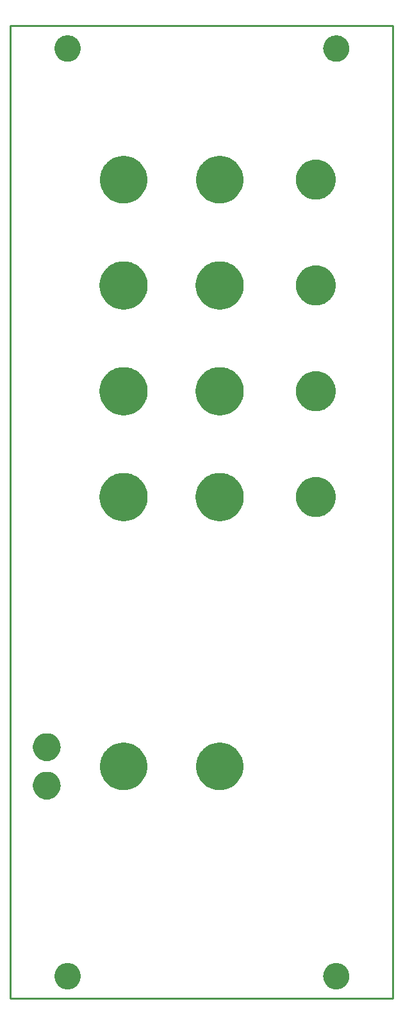
<source format=gbr>
G04 EAGLE Gerber RS-274X export*
G75*
%MOMM*%
%FSLAX34Y34*%
%LPD*%
%IN*%
%IPPOS*%
%AMOC8*
5,1,8,0,0,1.08239X$1,22.5*%
G01*
%ADD10C,3.200000*%
%ADD11C,6.000000*%
%ADD12C,3.400000*%
%ADD13C,6.100000*%
%ADD14C,5.000000*%
%ADD15C,0.254000*%


D10*
X75000Y30000D03*
X75000Y1255000D03*
X430000Y30000D03*
X430000Y1255000D03*
D11*
X148963Y1081853D03*
X275963Y1081853D03*
X148963Y307153D03*
X275963Y307153D03*
D12*
X47363Y332553D03*
X47363Y281753D03*
D13*
X148963Y662753D03*
X275963Y662753D03*
X148963Y802453D03*
X275963Y802453D03*
X148963Y942153D03*
X275963Y942153D03*
D14*
X402963Y1081853D03*
X402963Y942153D03*
X402963Y802453D03*
X402963Y662753D03*
D15*
X0Y0D02*
X505000Y0D01*
X505000Y1285000D01*
X0Y1285000D01*
X0Y0D01*
X91000Y29476D02*
X91000Y30524D01*
X90932Y31569D01*
X90795Y32608D01*
X90590Y33635D01*
X90319Y34647D01*
X89983Y35639D01*
X89582Y36607D01*
X89118Y37546D01*
X88595Y38454D01*
X88013Y39325D01*
X87375Y40156D01*
X86684Y40943D01*
X85943Y41684D01*
X85156Y42375D01*
X84325Y43013D01*
X83454Y43595D01*
X82546Y44118D01*
X81607Y44582D01*
X80639Y44983D01*
X79647Y45319D01*
X78635Y45590D01*
X77608Y45795D01*
X76569Y45932D01*
X75524Y46000D01*
X74476Y46000D01*
X73431Y45932D01*
X72392Y45795D01*
X71365Y45590D01*
X70353Y45319D01*
X69361Y44983D01*
X68393Y44582D01*
X67454Y44118D01*
X66546Y43595D01*
X65675Y43013D01*
X64844Y42375D01*
X64057Y41684D01*
X63316Y40943D01*
X62625Y40156D01*
X61988Y39325D01*
X61406Y38454D01*
X60882Y37546D01*
X60418Y36607D01*
X60017Y35639D01*
X59681Y34647D01*
X59410Y33635D01*
X59205Y32608D01*
X59069Y31569D01*
X59000Y30524D01*
X59000Y29476D01*
X59069Y28431D01*
X59205Y27392D01*
X59410Y26365D01*
X59681Y25353D01*
X60017Y24361D01*
X60418Y23393D01*
X60882Y22454D01*
X61406Y21546D01*
X61988Y20675D01*
X62625Y19844D01*
X63316Y19057D01*
X64057Y18316D01*
X64844Y17625D01*
X65675Y16988D01*
X66546Y16406D01*
X67454Y15882D01*
X68393Y15418D01*
X69361Y15017D01*
X70353Y14681D01*
X71365Y14410D01*
X72392Y14205D01*
X73431Y14069D01*
X74476Y14000D01*
X75524Y14000D01*
X76569Y14069D01*
X77608Y14205D01*
X78635Y14410D01*
X79647Y14681D01*
X80639Y15017D01*
X81607Y15418D01*
X82546Y15882D01*
X83454Y16406D01*
X84325Y16988D01*
X85156Y17625D01*
X85943Y18316D01*
X86684Y19057D01*
X87375Y19844D01*
X88013Y20675D01*
X88595Y21546D01*
X89118Y22454D01*
X89582Y23393D01*
X89983Y24361D01*
X90319Y25353D01*
X90590Y26365D01*
X90795Y27392D01*
X90932Y28431D01*
X91000Y29476D01*
X91000Y1254476D02*
X91000Y1255524D01*
X90932Y1256569D01*
X90795Y1257608D01*
X90590Y1258635D01*
X90319Y1259647D01*
X89983Y1260639D01*
X89582Y1261607D01*
X89118Y1262546D01*
X88595Y1263454D01*
X88013Y1264325D01*
X87375Y1265156D01*
X86684Y1265943D01*
X85943Y1266684D01*
X85156Y1267375D01*
X84325Y1268013D01*
X83454Y1268595D01*
X82546Y1269118D01*
X81607Y1269582D01*
X80639Y1269983D01*
X79647Y1270319D01*
X78635Y1270590D01*
X77608Y1270795D01*
X76569Y1270932D01*
X75524Y1271000D01*
X74476Y1271000D01*
X73431Y1270932D01*
X72392Y1270795D01*
X71365Y1270590D01*
X70353Y1270319D01*
X69361Y1269983D01*
X68393Y1269582D01*
X67454Y1269118D01*
X66546Y1268595D01*
X65675Y1268013D01*
X64844Y1267375D01*
X64057Y1266684D01*
X63316Y1265943D01*
X62625Y1265156D01*
X61988Y1264325D01*
X61406Y1263454D01*
X60882Y1262546D01*
X60418Y1261607D01*
X60017Y1260639D01*
X59681Y1259647D01*
X59410Y1258635D01*
X59205Y1257608D01*
X59069Y1256569D01*
X59000Y1255524D01*
X59000Y1254476D01*
X59069Y1253431D01*
X59205Y1252392D01*
X59410Y1251365D01*
X59681Y1250353D01*
X60017Y1249361D01*
X60418Y1248393D01*
X60882Y1247454D01*
X61406Y1246546D01*
X61988Y1245675D01*
X62625Y1244844D01*
X63316Y1244057D01*
X64057Y1243316D01*
X64844Y1242625D01*
X65675Y1241988D01*
X66546Y1241406D01*
X67454Y1240882D01*
X68393Y1240418D01*
X69361Y1240017D01*
X70353Y1239681D01*
X71365Y1239410D01*
X72392Y1239205D01*
X73431Y1239069D01*
X74476Y1239000D01*
X75524Y1239000D01*
X76569Y1239069D01*
X77608Y1239205D01*
X78635Y1239410D01*
X79647Y1239681D01*
X80639Y1240017D01*
X81607Y1240418D01*
X82546Y1240882D01*
X83454Y1241406D01*
X84325Y1241988D01*
X85156Y1242625D01*
X85943Y1243316D01*
X86684Y1244057D01*
X87375Y1244844D01*
X88013Y1245675D01*
X88595Y1246546D01*
X89118Y1247454D01*
X89582Y1248393D01*
X89983Y1249361D01*
X90319Y1250353D01*
X90590Y1251365D01*
X90795Y1252392D01*
X90932Y1253431D01*
X91000Y1254476D01*
X446000Y29476D02*
X446000Y30524D01*
X445932Y31569D01*
X445795Y32608D01*
X445590Y33635D01*
X445319Y34647D01*
X444983Y35639D01*
X444582Y36607D01*
X444118Y37546D01*
X443595Y38454D01*
X443013Y39325D01*
X442375Y40156D01*
X441684Y40943D01*
X440943Y41684D01*
X440156Y42375D01*
X439325Y43013D01*
X438454Y43595D01*
X437546Y44118D01*
X436607Y44582D01*
X435639Y44983D01*
X434647Y45319D01*
X433635Y45590D01*
X432608Y45795D01*
X431569Y45932D01*
X430524Y46000D01*
X429476Y46000D01*
X428431Y45932D01*
X427392Y45795D01*
X426365Y45590D01*
X425353Y45319D01*
X424361Y44983D01*
X423393Y44582D01*
X422454Y44118D01*
X421546Y43595D01*
X420675Y43013D01*
X419844Y42375D01*
X419057Y41684D01*
X418316Y40943D01*
X417625Y40156D01*
X416988Y39325D01*
X416406Y38454D01*
X415882Y37546D01*
X415418Y36607D01*
X415017Y35639D01*
X414681Y34647D01*
X414410Y33635D01*
X414205Y32608D01*
X414069Y31569D01*
X414000Y30524D01*
X414000Y29476D01*
X414069Y28431D01*
X414205Y27392D01*
X414410Y26365D01*
X414681Y25353D01*
X415017Y24361D01*
X415418Y23393D01*
X415882Y22454D01*
X416406Y21546D01*
X416988Y20675D01*
X417625Y19844D01*
X418316Y19057D01*
X419057Y18316D01*
X419844Y17625D01*
X420675Y16988D01*
X421546Y16406D01*
X422454Y15882D01*
X423393Y15418D01*
X424361Y15017D01*
X425353Y14681D01*
X426365Y14410D01*
X427392Y14205D01*
X428431Y14069D01*
X429476Y14000D01*
X430524Y14000D01*
X431569Y14069D01*
X432608Y14205D01*
X433635Y14410D01*
X434647Y14681D01*
X435639Y15017D01*
X436607Y15418D01*
X437546Y15882D01*
X438454Y16406D01*
X439325Y16988D01*
X440156Y17625D01*
X440943Y18316D01*
X441684Y19057D01*
X442375Y19844D01*
X443013Y20675D01*
X443595Y21546D01*
X444118Y22454D01*
X444582Y23393D01*
X444983Y24361D01*
X445319Y25353D01*
X445590Y26365D01*
X445795Y27392D01*
X445932Y28431D01*
X446000Y29476D01*
X446000Y1254476D02*
X446000Y1255524D01*
X445932Y1256569D01*
X445795Y1257608D01*
X445590Y1258635D01*
X445319Y1259647D01*
X444983Y1260639D01*
X444582Y1261607D01*
X444118Y1262546D01*
X443595Y1263454D01*
X443013Y1264325D01*
X442375Y1265156D01*
X441684Y1265943D01*
X440943Y1266684D01*
X440156Y1267375D01*
X439325Y1268013D01*
X438454Y1268595D01*
X437546Y1269118D01*
X436607Y1269582D01*
X435639Y1269983D01*
X434647Y1270319D01*
X433635Y1270590D01*
X432608Y1270795D01*
X431569Y1270932D01*
X430524Y1271000D01*
X429476Y1271000D01*
X428431Y1270932D01*
X427392Y1270795D01*
X426365Y1270590D01*
X425353Y1270319D01*
X424361Y1269983D01*
X423393Y1269582D01*
X422454Y1269118D01*
X421546Y1268595D01*
X420675Y1268013D01*
X419844Y1267375D01*
X419057Y1266684D01*
X418316Y1265943D01*
X417625Y1265156D01*
X416988Y1264325D01*
X416406Y1263454D01*
X415882Y1262546D01*
X415418Y1261607D01*
X415017Y1260639D01*
X414681Y1259647D01*
X414410Y1258635D01*
X414205Y1257608D01*
X414069Y1256569D01*
X414000Y1255524D01*
X414000Y1254476D01*
X414069Y1253431D01*
X414205Y1252392D01*
X414410Y1251365D01*
X414681Y1250353D01*
X415017Y1249361D01*
X415418Y1248393D01*
X415882Y1247454D01*
X416406Y1246546D01*
X416988Y1245675D01*
X417625Y1244844D01*
X418316Y1244057D01*
X419057Y1243316D01*
X419844Y1242625D01*
X420675Y1241988D01*
X421546Y1241406D01*
X422454Y1240882D01*
X423393Y1240418D01*
X424361Y1240017D01*
X425353Y1239681D01*
X426365Y1239410D01*
X427392Y1239205D01*
X428431Y1239069D01*
X429476Y1239000D01*
X430524Y1239000D01*
X431569Y1239069D01*
X432608Y1239205D01*
X433635Y1239410D01*
X434647Y1239681D01*
X435639Y1240017D01*
X436607Y1240418D01*
X437546Y1240882D01*
X438454Y1241406D01*
X439325Y1241988D01*
X440156Y1242625D01*
X440943Y1243316D01*
X441684Y1244057D01*
X442375Y1244844D01*
X443013Y1245675D01*
X443595Y1246546D01*
X444118Y1247454D01*
X444582Y1248393D01*
X444983Y1249361D01*
X445319Y1250353D01*
X445590Y1251365D01*
X445795Y1252392D01*
X445932Y1253431D01*
X446000Y1254476D01*
X178963Y1081117D02*
X178963Y1082590D01*
X178891Y1084061D01*
X178747Y1085527D01*
X178531Y1086984D01*
X178243Y1088428D01*
X177885Y1089857D01*
X177458Y1091267D01*
X176962Y1092654D01*
X176398Y1094014D01*
X175768Y1095346D01*
X175074Y1096645D01*
X174317Y1097908D01*
X173498Y1099133D01*
X172621Y1100316D01*
X171687Y1101455D01*
X170697Y1102546D01*
X169656Y1103587D01*
X168565Y1104577D01*
X167426Y1105511D01*
X166243Y1106388D01*
X165018Y1107207D01*
X163755Y1107964D01*
X162456Y1108658D01*
X161124Y1109288D01*
X159764Y1109852D01*
X158377Y1110348D01*
X156967Y1110775D01*
X155538Y1111133D01*
X154094Y1111421D01*
X152637Y1111637D01*
X151171Y1111781D01*
X149700Y1111853D01*
X148227Y1111853D01*
X146756Y1111781D01*
X145290Y1111637D01*
X143833Y1111421D01*
X142388Y1111133D01*
X140960Y1110775D01*
X139550Y1110348D01*
X138163Y1109852D01*
X136803Y1109288D01*
X135471Y1108658D01*
X134172Y1107964D01*
X132909Y1107207D01*
X131684Y1106388D01*
X130501Y1105511D01*
X129362Y1104577D01*
X128271Y1103587D01*
X127229Y1102546D01*
X126240Y1101455D01*
X125306Y1100316D01*
X124428Y1099133D01*
X123610Y1097908D01*
X122853Y1096645D01*
X122159Y1095346D01*
X121529Y1094014D01*
X120965Y1092654D01*
X120469Y1091267D01*
X120041Y1089857D01*
X119684Y1088428D01*
X119396Y1086984D01*
X119180Y1085527D01*
X119036Y1084061D01*
X118963Y1082590D01*
X118963Y1081117D01*
X119036Y1079646D01*
X119180Y1078180D01*
X119396Y1076723D01*
X119684Y1075278D01*
X120041Y1073850D01*
X120469Y1072440D01*
X120965Y1071053D01*
X121529Y1069693D01*
X122159Y1068361D01*
X122853Y1067062D01*
X123610Y1065799D01*
X124428Y1064574D01*
X125306Y1063391D01*
X126240Y1062252D01*
X127229Y1061161D01*
X128271Y1060119D01*
X129362Y1059130D01*
X130501Y1058196D01*
X131684Y1057318D01*
X132909Y1056500D01*
X134172Y1055743D01*
X135471Y1055049D01*
X136803Y1054419D01*
X138163Y1053855D01*
X139550Y1053359D01*
X140960Y1052931D01*
X142388Y1052574D01*
X143833Y1052286D01*
X145290Y1052070D01*
X146756Y1051926D01*
X148227Y1051853D01*
X149700Y1051853D01*
X151171Y1051926D01*
X152637Y1052070D01*
X154094Y1052286D01*
X155538Y1052574D01*
X156967Y1052931D01*
X158377Y1053359D01*
X159764Y1053855D01*
X161124Y1054419D01*
X162456Y1055049D01*
X163755Y1055743D01*
X165018Y1056500D01*
X166243Y1057318D01*
X167426Y1058196D01*
X168565Y1059130D01*
X169656Y1060119D01*
X170697Y1061161D01*
X171687Y1062252D01*
X172621Y1063391D01*
X173498Y1064574D01*
X174317Y1065799D01*
X175074Y1067062D01*
X175768Y1068361D01*
X176398Y1069693D01*
X176962Y1071053D01*
X177458Y1072440D01*
X177885Y1073850D01*
X178243Y1075278D01*
X178531Y1076723D01*
X178747Y1078180D01*
X178891Y1079646D01*
X178963Y1081117D01*
X305963Y1081117D02*
X305963Y1082590D01*
X305891Y1084061D01*
X305747Y1085527D01*
X305531Y1086984D01*
X305243Y1088428D01*
X304885Y1089857D01*
X304458Y1091267D01*
X303962Y1092654D01*
X303398Y1094014D01*
X302768Y1095346D01*
X302074Y1096645D01*
X301317Y1097908D01*
X300498Y1099133D01*
X299621Y1100316D01*
X298687Y1101455D01*
X297697Y1102546D01*
X296656Y1103587D01*
X295565Y1104577D01*
X294426Y1105511D01*
X293243Y1106388D01*
X292018Y1107207D01*
X290755Y1107964D01*
X289456Y1108658D01*
X288124Y1109288D01*
X286764Y1109852D01*
X285377Y1110348D01*
X283967Y1110775D01*
X282538Y1111133D01*
X281094Y1111421D01*
X279637Y1111637D01*
X278171Y1111781D01*
X276700Y1111853D01*
X275227Y1111853D01*
X273756Y1111781D01*
X272290Y1111637D01*
X270833Y1111421D01*
X269388Y1111133D01*
X267960Y1110775D01*
X266550Y1110348D01*
X265163Y1109852D01*
X263803Y1109288D01*
X262471Y1108658D01*
X261172Y1107964D01*
X259909Y1107207D01*
X258684Y1106388D01*
X257501Y1105511D01*
X256362Y1104577D01*
X255271Y1103587D01*
X254229Y1102546D01*
X253240Y1101455D01*
X252306Y1100316D01*
X251428Y1099133D01*
X250610Y1097908D01*
X249853Y1096645D01*
X249159Y1095346D01*
X248529Y1094014D01*
X247965Y1092654D01*
X247469Y1091267D01*
X247041Y1089857D01*
X246684Y1088428D01*
X246396Y1086984D01*
X246180Y1085527D01*
X246036Y1084061D01*
X245963Y1082590D01*
X245963Y1081117D01*
X246036Y1079646D01*
X246180Y1078180D01*
X246396Y1076723D01*
X246684Y1075278D01*
X247041Y1073850D01*
X247469Y1072440D01*
X247965Y1071053D01*
X248529Y1069693D01*
X249159Y1068361D01*
X249853Y1067062D01*
X250610Y1065799D01*
X251428Y1064574D01*
X252306Y1063391D01*
X253240Y1062252D01*
X254229Y1061161D01*
X255271Y1060119D01*
X256362Y1059130D01*
X257501Y1058196D01*
X258684Y1057318D01*
X259909Y1056500D01*
X261172Y1055743D01*
X262471Y1055049D01*
X263803Y1054419D01*
X265163Y1053855D01*
X266550Y1053359D01*
X267960Y1052931D01*
X269388Y1052574D01*
X270833Y1052286D01*
X272290Y1052070D01*
X273756Y1051926D01*
X275227Y1051853D01*
X276700Y1051853D01*
X278171Y1051926D01*
X279637Y1052070D01*
X281094Y1052286D01*
X282538Y1052574D01*
X283967Y1052931D01*
X285377Y1053359D01*
X286764Y1053855D01*
X288124Y1054419D01*
X289456Y1055049D01*
X290755Y1055743D01*
X292018Y1056500D01*
X293243Y1057318D01*
X294426Y1058196D01*
X295565Y1059130D01*
X296656Y1060119D01*
X297697Y1061161D01*
X298687Y1062252D01*
X299621Y1063391D01*
X300498Y1064574D01*
X301317Y1065799D01*
X302074Y1067062D01*
X302768Y1068361D01*
X303398Y1069693D01*
X303962Y1071053D01*
X304458Y1072440D01*
X304885Y1073850D01*
X305243Y1075278D01*
X305531Y1076723D01*
X305747Y1078180D01*
X305891Y1079646D01*
X305963Y1081117D01*
X178963Y306417D02*
X178963Y307890D01*
X178891Y309361D01*
X178747Y310827D01*
X178531Y312284D01*
X178243Y313728D01*
X177885Y315157D01*
X177458Y316567D01*
X176962Y317954D01*
X176398Y319314D01*
X175768Y320646D01*
X175074Y321945D01*
X174317Y323208D01*
X173498Y324433D01*
X172621Y325616D01*
X171687Y326755D01*
X170697Y327846D01*
X169656Y328887D01*
X168565Y329877D01*
X167426Y330811D01*
X166243Y331688D01*
X165018Y332507D01*
X163755Y333264D01*
X162456Y333958D01*
X161124Y334588D01*
X159764Y335152D01*
X158377Y335648D01*
X156967Y336075D01*
X155538Y336433D01*
X154094Y336721D01*
X152637Y336937D01*
X151171Y337081D01*
X149700Y337153D01*
X148227Y337153D01*
X146756Y337081D01*
X145290Y336937D01*
X143833Y336721D01*
X142388Y336433D01*
X140960Y336075D01*
X139550Y335648D01*
X138163Y335152D01*
X136803Y334588D01*
X135471Y333958D01*
X134172Y333264D01*
X132909Y332507D01*
X131684Y331688D01*
X130501Y330811D01*
X129362Y329877D01*
X128271Y328887D01*
X127229Y327846D01*
X126240Y326755D01*
X125306Y325616D01*
X124428Y324433D01*
X123610Y323208D01*
X122853Y321945D01*
X122159Y320646D01*
X121529Y319314D01*
X120965Y317954D01*
X120469Y316567D01*
X120041Y315157D01*
X119684Y313728D01*
X119396Y312284D01*
X119180Y310827D01*
X119036Y309361D01*
X118963Y307890D01*
X118963Y306417D01*
X119036Y304946D01*
X119180Y303480D01*
X119396Y302023D01*
X119684Y300578D01*
X120041Y299150D01*
X120469Y297740D01*
X120965Y296353D01*
X121529Y294993D01*
X122159Y293661D01*
X122853Y292362D01*
X123610Y291099D01*
X124428Y289874D01*
X125306Y288691D01*
X126240Y287552D01*
X127229Y286461D01*
X128271Y285419D01*
X129362Y284430D01*
X130501Y283496D01*
X131684Y282618D01*
X132909Y281800D01*
X134172Y281043D01*
X135471Y280349D01*
X136803Y279719D01*
X138163Y279155D01*
X139550Y278659D01*
X140960Y278231D01*
X142388Y277874D01*
X143833Y277586D01*
X145290Y277370D01*
X146756Y277226D01*
X148227Y277153D01*
X149700Y277153D01*
X151171Y277226D01*
X152637Y277370D01*
X154094Y277586D01*
X155538Y277874D01*
X156967Y278231D01*
X158377Y278659D01*
X159764Y279155D01*
X161124Y279719D01*
X162456Y280349D01*
X163755Y281043D01*
X165018Y281800D01*
X166243Y282618D01*
X167426Y283496D01*
X168565Y284430D01*
X169656Y285419D01*
X170697Y286461D01*
X171687Y287552D01*
X172621Y288691D01*
X173498Y289874D01*
X174317Y291099D01*
X175074Y292362D01*
X175768Y293661D01*
X176398Y294993D01*
X176962Y296353D01*
X177458Y297740D01*
X177885Y299150D01*
X178243Y300578D01*
X178531Y302023D01*
X178747Y303480D01*
X178891Y304946D01*
X178963Y306417D01*
X305963Y306417D02*
X305963Y307890D01*
X305891Y309361D01*
X305747Y310827D01*
X305531Y312284D01*
X305243Y313728D01*
X304885Y315157D01*
X304458Y316567D01*
X303962Y317954D01*
X303398Y319314D01*
X302768Y320646D01*
X302074Y321945D01*
X301317Y323208D01*
X300498Y324433D01*
X299621Y325616D01*
X298687Y326755D01*
X297697Y327846D01*
X296656Y328887D01*
X295565Y329877D01*
X294426Y330811D01*
X293243Y331688D01*
X292018Y332507D01*
X290755Y333264D01*
X289456Y333958D01*
X288124Y334588D01*
X286764Y335152D01*
X285377Y335648D01*
X283967Y336075D01*
X282538Y336433D01*
X281094Y336721D01*
X279637Y336937D01*
X278171Y337081D01*
X276700Y337153D01*
X275227Y337153D01*
X273756Y337081D01*
X272290Y336937D01*
X270833Y336721D01*
X269388Y336433D01*
X267960Y336075D01*
X266550Y335648D01*
X265163Y335152D01*
X263803Y334588D01*
X262471Y333958D01*
X261172Y333264D01*
X259909Y332507D01*
X258684Y331688D01*
X257501Y330811D01*
X256362Y329877D01*
X255271Y328887D01*
X254229Y327846D01*
X253240Y326755D01*
X252306Y325616D01*
X251428Y324433D01*
X250610Y323208D01*
X249853Y321945D01*
X249159Y320646D01*
X248529Y319314D01*
X247965Y317954D01*
X247469Y316567D01*
X247041Y315157D01*
X246684Y313728D01*
X246396Y312284D01*
X246180Y310827D01*
X246036Y309361D01*
X245963Y307890D01*
X245963Y306417D01*
X246036Y304946D01*
X246180Y303480D01*
X246396Y302023D01*
X246684Y300578D01*
X247041Y299150D01*
X247469Y297740D01*
X247965Y296353D01*
X248529Y294993D01*
X249159Y293661D01*
X249853Y292362D01*
X250610Y291099D01*
X251428Y289874D01*
X252306Y288691D01*
X253240Y287552D01*
X254229Y286461D01*
X255271Y285419D01*
X256362Y284430D01*
X257501Y283496D01*
X258684Y282618D01*
X259909Y281800D01*
X261172Y281043D01*
X262471Y280349D01*
X263803Y279719D01*
X265163Y279155D01*
X266550Y278659D01*
X267960Y278231D01*
X269388Y277874D01*
X270833Y277586D01*
X272290Y277370D01*
X273756Y277226D01*
X275227Y277153D01*
X276700Y277153D01*
X278171Y277226D01*
X279637Y277370D01*
X281094Y277586D01*
X282538Y277874D01*
X283967Y278231D01*
X285377Y278659D01*
X286764Y279155D01*
X288124Y279719D01*
X289456Y280349D01*
X290755Y281043D01*
X292018Y281800D01*
X293243Y282618D01*
X294426Y283496D01*
X295565Y284430D01*
X296656Y285419D01*
X297697Y286461D01*
X298687Y287552D01*
X299621Y288691D01*
X300498Y289874D01*
X301317Y291099D01*
X302074Y292362D01*
X302768Y293661D01*
X303398Y294993D01*
X303962Y296353D01*
X304458Y297740D01*
X304885Y299150D01*
X305243Y300578D01*
X305531Y302023D01*
X305747Y303480D01*
X305891Y304946D01*
X305963Y306417D01*
X64363Y331997D02*
X64363Y333110D01*
X64291Y334221D01*
X64145Y335324D01*
X63928Y336416D01*
X63640Y337491D01*
X63282Y338545D01*
X62856Y339573D01*
X62364Y340571D01*
X61808Y341535D01*
X61189Y342461D01*
X60512Y343344D01*
X59778Y344181D01*
X58991Y344968D01*
X58154Y345702D01*
X57271Y346379D01*
X56345Y346998D01*
X55381Y347554D01*
X54383Y348046D01*
X53355Y348472D01*
X52301Y348830D01*
X51226Y349118D01*
X50134Y349335D01*
X49031Y349481D01*
X47920Y349553D01*
X46807Y349553D01*
X45696Y349481D01*
X44593Y349335D01*
X43501Y349118D01*
X42426Y348830D01*
X41372Y348472D01*
X40344Y348046D01*
X39345Y347554D01*
X38381Y346998D01*
X37456Y346379D01*
X36573Y345702D01*
X35736Y344968D01*
X34949Y344181D01*
X34215Y343344D01*
X33538Y342461D01*
X32919Y341535D01*
X32363Y340571D01*
X31870Y339573D01*
X31444Y338545D01*
X31087Y337491D01*
X30799Y336416D01*
X30581Y335324D01*
X30436Y334221D01*
X30363Y333110D01*
X30363Y331997D01*
X30436Y330886D01*
X30581Y329783D01*
X30799Y328691D01*
X31087Y327616D01*
X31444Y326562D01*
X31870Y325534D01*
X32363Y324535D01*
X32919Y323571D01*
X33538Y322646D01*
X34215Y321763D01*
X34949Y320926D01*
X35736Y320139D01*
X36573Y319405D01*
X37456Y318728D01*
X38381Y318109D01*
X39345Y317553D01*
X40344Y317060D01*
X41372Y316634D01*
X42426Y316277D01*
X43501Y315989D01*
X44593Y315771D01*
X45696Y315626D01*
X46807Y315553D01*
X47920Y315553D01*
X49031Y315626D01*
X50134Y315771D01*
X51226Y315989D01*
X52301Y316277D01*
X53355Y316634D01*
X54383Y317060D01*
X55381Y317553D01*
X56345Y318109D01*
X57271Y318728D01*
X58154Y319405D01*
X58991Y320139D01*
X59778Y320926D01*
X60512Y321763D01*
X61189Y322646D01*
X61808Y323571D01*
X62364Y324535D01*
X62856Y325534D01*
X63282Y326562D01*
X63640Y327616D01*
X63928Y328691D01*
X64145Y329783D01*
X64291Y330886D01*
X64363Y331997D01*
X64363Y281197D02*
X64363Y282310D01*
X64291Y283421D01*
X64145Y284524D01*
X63928Y285616D01*
X63640Y286691D01*
X63282Y287745D01*
X62856Y288773D01*
X62364Y289771D01*
X61808Y290735D01*
X61189Y291661D01*
X60512Y292544D01*
X59778Y293381D01*
X58991Y294168D01*
X58154Y294902D01*
X57271Y295579D01*
X56345Y296198D01*
X55381Y296754D01*
X54383Y297246D01*
X53355Y297672D01*
X52301Y298030D01*
X51226Y298318D01*
X50134Y298535D01*
X49031Y298681D01*
X47920Y298753D01*
X46807Y298753D01*
X45696Y298681D01*
X44593Y298535D01*
X43501Y298318D01*
X42426Y298030D01*
X41372Y297672D01*
X40344Y297246D01*
X39345Y296754D01*
X38381Y296198D01*
X37456Y295579D01*
X36573Y294902D01*
X35736Y294168D01*
X34949Y293381D01*
X34215Y292544D01*
X33538Y291661D01*
X32919Y290735D01*
X32363Y289771D01*
X31870Y288773D01*
X31444Y287745D01*
X31087Y286691D01*
X30799Y285616D01*
X30581Y284524D01*
X30436Y283421D01*
X30363Y282310D01*
X30363Y281197D01*
X30436Y280086D01*
X30581Y278983D01*
X30799Y277891D01*
X31087Y276816D01*
X31444Y275762D01*
X31870Y274734D01*
X32363Y273735D01*
X32919Y272771D01*
X33538Y271846D01*
X34215Y270963D01*
X34949Y270126D01*
X35736Y269339D01*
X36573Y268605D01*
X37456Y267928D01*
X38381Y267309D01*
X39345Y266753D01*
X40344Y266260D01*
X41372Y265834D01*
X42426Y265477D01*
X43501Y265189D01*
X44593Y264971D01*
X45696Y264826D01*
X46807Y264753D01*
X47920Y264753D01*
X49031Y264826D01*
X50134Y264971D01*
X51226Y265189D01*
X52301Y265477D01*
X53355Y265834D01*
X54383Y266260D01*
X55381Y266753D01*
X56345Y267309D01*
X57271Y267928D01*
X58154Y268605D01*
X58991Y269339D01*
X59778Y270126D01*
X60512Y270963D01*
X61189Y271846D01*
X61808Y272771D01*
X62364Y273735D01*
X62856Y274734D01*
X63282Y275762D01*
X63640Y276816D01*
X63928Y277891D01*
X64145Y278983D01*
X64291Y280086D01*
X64363Y281197D01*
X179463Y662005D02*
X179463Y663502D01*
X179390Y664998D01*
X179243Y666488D01*
X179023Y667969D01*
X178731Y669438D01*
X178367Y670891D01*
X177933Y672324D01*
X177428Y673734D01*
X176855Y675117D01*
X176215Y676471D01*
X175509Y677791D01*
X174739Y679076D01*
X173907Y680321D01*
X173015Y681524D01*
X172065Y682681D01*
X171060Y683791D01*
X170001Y684850D01*
X168891Y685855D01*
X167734Y686805D01*
X166531Y687697D01*
X165286Y688529D01*
X164001Y689299D01*
X162681Y690005D01*
X161327Y690645D01*
X159944Y691218D01*
X158534Y691723D01*
X157101Y692157D01*
X155648Y692521D01*
X154179Y692813D01*
X152698Y693033D01*
X151208Y693180D01*
X149712Y693253D01*
X148215Y693253D01*
X146719Y693180D01*
X145229Y693033D01*
X143748Y692813D01*
X142279Y692521D01*
X140826Y692157D01*
X139393Y691723D01*
X137983Y691218D01*
X136600Y690645D01*
X135246Y690005D01*
X133925Y689299D01*
X132641Y688529D01*
X131396Y687697D01*
X130193Y686805D01*
X129036Y685855D01*
X127926Y684850D01*
X126867Y683791D01*
X125862Y682681D01*
X124912Y681524D01*
X124020Y680321D01*
X123188Y679076D01*
X122418Y677791D01*
X121712Y676471D01*
X121072Y675117D01*
X120499Y673734D01*
X119994Y672324D01*
X119559Y670891D01*
X119196Y669438D01*
X118903Y667969D01*
X118684Y666488D01*
X118537Y664998D01*
X118463Y663502D01*
X118463Y662005D01*
X118537Y660509D01*
X118684Y659019D01*
X118903Y657538D01*
X119196Y656069D01*
X119559Y654616D01*
X119994Y653183D01*
X120499Y651773D01*
X121072Y650390D01*
X121712Y649036D01*
X122418Y647715D01*
X123188Y646431D01*
X124020Y645186D01*
X124912Y643983D01*
X125862Y642826D01*
X126867Y641716D01*
X127926Y640657D01*
X129036Y639652D01*
X130193Y638702D01*
X131396Y637810D01*
X132641Y636978D01*
X133925Y636208D01*
X135246Y635502D01*
X136600Y634862D01*
X137983Y634289D01*
X139393Y633784D01*
X140826Y633349D01*
X142279Y632986D01*
X143748Y632693D01*
X145229Y632474D01*
X146719Y632327D01*
X148215Y632253D01*
X149712Y632253D01*
X151208Y632327D01*
X152698Y632474D01*
X154179Y632693D01*
X155648Y632986D01*
X157101Y633349D01*
X158534Y633784D01*
X159944Y634289D01*
X161327Y634862D01*
X162681Y635502D01*
X164001Y636208D01*
X165286Y636978D01*
X166531Y637810D01*
X167734Y638702D01*
X168891Y639652D01*
X170001Y640657D01*
X171060Y641716D01*
X172065Y642826D01*
X173015Y643983D01*
X173907Y645186D01*
X174739Y646431D01*
X175509Y647715D01*
X176215Y649036D01*
X176855Y650390D01*
X177428Y651773D01*
X177933Y653183D01*
X178367Y654616D01*
X178731Y656069D01*
X179023Y657538D01*
X179243Y659019D01*
X179390Y660509D01*
X179463Y662005D01*
X306463Y662005D02*
X306463Y663502D01*
X306390Y664998D01*
X306243Y666488D01*
X306023Y667969D01*
X305731Y669438D01*
X305367Y670891D01*
X304933Y672324D01*
X304428Y673734D01*
X303855Y675117D01*
X303215Y676471D01*
X302509Y677791D01*
X301739Y679076D01*
X300907Y680321D01*
X300015Y681524D01*
X299065Y682681D01*
X298060Y683791D01*
X297001Y684850D01*
X295891Y685855D01*
X294734Y686805D01*
X293531Y687697D01*
X292286Y688529D01*
X291001Y689299D01*
X289681Y690005D01*
X288327Y690645D01*
X286944Y691218D01*
X285534Y691723D01*
X284101Y692157D01*
X282648Y692521D01*
X281179Y692813D01*
X279698Y693033D01*
X278208Y693180D01*
X276712Y693253D01*
X275215Y693253D01*
X273719Y693180D01*
X272229Y693033D01*
X270748Y692813D01*
X269279Y692521D01*
X267826Y692157D01*
X266393Y691723D01*
X264983Y691218D01*
X263600Y690645D01*
X262246Y690005D01*
X260925Y689299D01*
X259641Y688529D01*
X258396Y687697D01*
X257193Y686805D01*
X256036Y685855D01*
X254926Y684850D01*
X253867Y683791D01*
X252862Y682681D01*
X251912Y681524D01*
X251020Y680321D01*
X250188Y679076D01*
X249418Y677791D01*
X248712Y676471D01*
X248072Y675117D01*
X247499Y673734D01*
X246994Y672324D01*
X246559Y670891D01*
X246196Y669438D01*
X245903Y667969D01*
X245684Y666488D01*
X245537Y664998D01*
X245463Y663502D01*
X245463Y662005D01*
X245537Y660509D01*
X245684Y659019D01*
X245903Y657538D01*
X246196Y656069D01*
X246559Y654616D01*
X246994Y653183D01*
X247499Y651773D01*
X248072Y650390D01*
X248712Y649036D01*
X249418Y647715D01*
X250188Y646431D01*
X251020Y645186D01*
X251912Y643983D01*
X252862Y642826D01*
X253867Y641716D01*
X254926Y640657D01*
X256036Y639652D01*
X257193Y638702D01*
X258396Y637810D01*
X259641Y636978D01*
X260925Y636208D01*
X262246Y635502D01*
X263600Y634862D01*
X264983Y634289D01*
X266393Y633784D01*
X267826Y633349D01*
X269279Y632986D01*
X270748Y632693D01*
X272229Y632474D01*
X273719Y632327D01*
X275215Y632253D01*
X276712Y632253D01*
X278208Y632327D01*
X279698Y632474D01*
X281179Y632693D01*
X282648Y632986D01*
X284101Y633349D01*
X285534Y633784D01*
X286944Y634289D01*
X288327Y634862D01*
X289681Y635502D01*
X291001Y636208D01*
X292286Y636978D01*
X293531Y637810D01*
X294734Y638702D01*
X295891Y639652D01*
X297001Y640657D01*
X298060Y641716D01*
X299065Y642826D01*
X300015Y643983D01*
X300907Y645186D01*
X301739Y646431D01*
X302509Y647715D01*
X303215Y649036D01*
X303855Y650390D01*
X304428Y651773D01*
X304933Y653183D01*
X305367Y654616D01*
X305731Y656069D01*
X306023Y657538D01*
X306243Y659019D01*
X306390Y660509D01*
X306463Y662005D01*
X179463Y801705D02*
X179463Y803202D01*
X179390Y804698D01*
X179243Y806188D01*
X179023Y807669D01*
X178731Y809138D01*
X178367Y810591D01*
X177933Y812024D01*
X177428Y813434D01*
X176855Y814817D01*
X176215Y816171D01*
X175509Y817491D01*
X174739Y818776D01*
X173907Y820021D01*
X173015Y821224D01*
X172065Y822381D01*
X171060Y823491D01*
X170001Y824550D01*
X168891Y825555D01*
X167734Y826505D01*
X166531Y827397D01*
X165286Y828229D01*
X164001Y828999D01*
X162681Y829705D01*
X161327Y830345D01*
X159944Y830918D01*
X158534Y831423D01*
X157101Y831857D01*
X155648Y832221D01*
X154179Y832513D01*
X152698Y832733D01*
X151208Y832880D01*
X149712Y832953D01*
X148215Y832953D01*
X146719Y832880D01*
X145229Y832733D01*
X143748Y832513D01*
X142279Y832221D01*
X140826Y831857D01*
X139393Y831423D01*
X137983Y830918D01*
X136600Y830345D01*
X135246Y829705D01*
X133925Y828999D01*
X132641Y828229D01*
X131396Y827397D01*
X130193Y826505D01*
X129036Y825555D01*
X127926Y824550D01*
X126867Y823491D01*
X125862Y822381D01*
X124912Y821224D01*
X124020Y820021D01*
X123188Y818776D01*
X122418Y817491D01*
X121712Y816171D01*
X121072Y814817D01*
X120499Y813434D01*
X119994Y812024D01*
X119559Y810591D01*
X119196Y809138D01*
X118903Y807669D01*
X118684Y806188D01*
X118537Y804698D01*
X118463Y803202D01*
X118463Y801705D01*
X118537Y800209D01*
X118684Y798719D01*
X118903Y797238D01*
X119196Y795769D01*
X119559Y794316D01*
X119994Y792883D01*
X120499Y791473D01*
X121072Y790090D01*
X121712Y788736D01*
X122418Y787415D01*
X123188Y786131D01*
X124020Y784886D01*
X124912Y783683D01*
X125862Y782526D01*
X126867Y781416D01*
X127926Y780357D01*
X129036Y779352D01*
X130193Y778402D01*
X131396Y777510D01*
X132641Y776678D01*
X133925Y775908D01*
X135246Y775202D01*
X136600Y774562D01*
X137983Y773989D01*
X139393Y773484D01*
X140826Y773049D01*
X142279Y772686D01*
X143748Y772393D01*
X145229Y772174D01*
X146719Y772027D01*
X148215Y771953D01*
X149712Y771953D01*
X151208Y772027D01*
X152698Y772174D01*
X154179Y772393D01*
X155648Y772686D01*
X157101Y773049D01*
X158534Y773484D01*
X159944Y773989D01*
X161327Y774562D01*
X162681Y775202D01*
X164001Y775908D01*
X165286Y776678D01*
X166531Y777510D01*
X167734Y778402D01*
X168891Y779352D01*
X170001Y780357D01*
X171060Y781416D01*
X172065Y782526D01*
X173015Y783683D01*
X173907Y784886D01*
X174739Y786131D01*
X175509Y787415D01*
X176215Y788736D01*
X176855Y790090D01*
X177428Y791473D01*
X177933Y792883D01*
X178367Y794316D01*
X178731Y795769D01*
X179023Y797238D01*
X179243Y798719D01*
X179390Y800209D01*
X179463Y801705D01*
X306463Y801705D02*
X306463Y803202D01*
X306390Y804698D01*
X306243Y806188D01*
X306023Y807669D01*
X305731Y809138D01*
X305367Y810591D01*
X304933Y812024D01*
X304428Y813434D01*
X303855Y814817D01*
X303215Y816171D01*
X302509Y817491D01*
X301739Y818776D01*
X300907Y820021D01*
X300015Y821224D01*
X299065Y822381D01*
X298060Y823491D01*
X297001Y824550D01*
X295891Y825555D01*
X294734Y826505D01*
X293531Y827397D01*
X292286Y828229D01*
X291001Y828999D01*
X289681Y829705D01*
X288327Y830345D01*
X286944Y830918D01*
X285534Y831423D01*
X284101Y831857D01*
X282648Y832221D01*
X281179Y832513D01*
X279698Y832733D01*
X278208Y832880D01*
X276712Y832953D01*
X275215Y832953D01*
X273719Y832880D01*
X272229Y832733D01*
X270748Y832513D01*
X269279Y832221D01*
X267826Y831857D01*
X266393Y831423D01*
X264983Y830918D01*
X263600Y830345D01*
X262246Y829705D01*
X260925Y828999D01*
X259641Y828229D01*
X258396Y827397D01*
X257193Y826505D01*
X256036Y825555D01*
X254926Y824550D01*
X253867Y823491D01*
X252862Y822381D01*
X251912Y821224D01*
X251020Y820021D01*
X250188Y818776D01*
X249418Y817491D01*
X248712Y816171D01*
X248072Y814817D01*
X247499Y813434D01*
X246994Y812024D01*
X246559Y810591D01*
X246196Y809138D01*
X245903Y807669D01*
X245684Y806188D01*
X245537Y804698D01*
X245463Y803202D01*
X245463Y801705D01*
X245537Y800209D01*
X245684Y798719D01*
X245903Y797238D01*
X246196Y795769D01*
X246559Y794316D01*
X246994Y792883D01*
X247499Y791473D01*
X248072Y790090D01*
X248712Y788736D01*
X249418Y787415D01*
X250188Y786131D01*
X251020Y784886D01*
X251912Y783683D01*
X252862Y782526D01*
X253867Y781416D01*
X254926Y780357D01*
X256036Y779352D01*
X257193Y778402D01*
X258396Y777510D01*
X259641Y776678D01*
X260925Y775908D01*
X262246Y775202D01*
X263600Y774562D01*
X264983Y773989D01*
X266393Y773484D01*
X267826Y773049D01*
X269279Y772686D01*
X270748Y772393D01*
X272229Y772174D01*
X273719Y772027D01*
X275215Y771953D01*
X276712Y771953D01*
X278208Y772027D01*
X279698Y772174D01*
X281179Y772393D01*
X282648Y772686D01*
X284101Y773049D01*
X285534Y773484D01*
X286944Y773989D01*
X288327Y774562D01*
X289681Y775202D01*
X291001Y775908D01*
X292286Y776678D01*
X293531Y777510D01*
X294734Y778402D01*
X295891Y779352D01*
X297001Y780357D01*
X298060Y781416D01*
X299065Y782526D01*
X300015Y783683D01*
X300907Y784886D01*
X301739Y786131D01*
X302509Y787415D01*
X303215Y788736D01*
X303855Y790090D01*
X304428Y791473D01*
X304933Y792883D01*
X305367Y794316D01*
X305731Y795769D01*
X306023Y797238D01*
X306243Y798719D01*
X306390Y800209D01*
X306463Y801705D01*
X179463Y941405D02*
X179463Y942902D01*
X179390Y944398D01*
X179243Y945888D01*
X179023Y947369D01*
X178731Y948838D01*
X178367Y950291D01*
X177933Y951724D01*
X177428Y953134D01*
X176855Y954517D01*
X176215Y955871D01*
X175509Y957191D01*
X174739Y958476D01*
X173907Y959721D01*
X173015Y960924D01*
X172065Y962081D01*
X171060Y963191D01*
X170001Y964250D01*
X168891Y965255D01*
X167734Y966205D01*
X166531Y967097D01*
X165286Y967929D01*
X164001Y968699D01*
X162681Y969405D01*
X161327Y970045D01*
X159944Y970618D01*
X158534Y971123D01*
X157101Y971557D01*
X155648Y971921D01*
X154179Y972213D01*
X152698Y972433D01*
X151208Y972580D01*
X149712Y972653D01*
X148215Y972653D01*
X146719Y972580D01*
X145229Y972433D01*
X143748Y972213D01*
X142279Y971921D01*
X140826Y971557D01*
X139393Y971123D01*
X137983Y970618D01*
X136600Y970045D01*
X135246Y969405D01*
X133925Y968699D01*
X132641Y967929D01*
X131396Y967097D01*
X130193Y966205D01*
X129036Y965255D01*
X127926Y964250D01*
X126867Y963191D01*
X125862Y962081D01*
X124912Y960924D01*
X124020Y959721D01*
X123188Y958476D01*
X122418Y957191D01*
X121712Y955871D01*
X121072Y954517D01*
X120499Y953134D01*
X119994Y951724D01*
X119559Y950291D01*
X119196Y948838D01*
X118903Y947369D01*
X118684Y945888D01*
X118537Y944398D01*
X118463Y942902D01*
X118463Y941405D01*
X118537Y939909D01*
X118684Y938419D01*
X118903Y936938D01*
X119196Y935469D01*
X119559Y934016D01*
X119994Y932583D01*
X120499Y931173D01*
X121072Y929790D01*
X121712Y928436D01*
X122418Y927115D01*
X123188Y925831D01*
X124020Y924586D01*
X124912Y923383D01*
X125862Y922226D01*
X126867Y921116D01*
X127926Y920057D01*
X129036Y919052D01*
X130193Y918102D01*
X131396Y917210D01*
X132641Y916378D01*
X133925Y915608D01*
X135246Y914902D01*
X136600Y914262D01*
X137983Y913689D01*
X139393Y913184D01*
X140826Y912749D01*
X142279Y912386D01*
X143748Y912093D01*
X145229Y911874D01*
X146719Y911727D01*
X148215Y911653D01*
X149712Y911653D01*
X151208Y911727D01*
X152698Y911874D01*
X154179Y912093D01*
X155648Y912386D01*
X157101Y912749D01*
X158534Y913184D01*
X159944Y913689D01*
X161327Y914262D01*
X162681Y914902D01*
X164001Y915608D01*
X165286Y916378D01*
X166531Y917210D01*
X167734Y918102D01*
X168891Y919052D01*
X170001Y920057D01*
X171060Y921116D01*
X172065Y922226D01*
X173015Y923383D01*
X173907Y924586D01*
X174739Y925831D01*
X175509Y927115D01*
X176215Y928436D01*
X176855Y929790D01*
X177428Y931173D01*
X177933Y932583D01*
X178367Y934016D01*
X178731Y935469D01*
X179023Y936938D01*
X179243Y938419D01*
X179390Y939909D01*
X179463Y941405D01*
X306463Y941405D02*
X306463Y942902D01*
X306390Y944398D01*
X306243Y945888D01*
X306023Y947369D01*
X305731Y948838D01*
X305367Y950291D01*
X304933Y951724D01*
X304428Y953134D01*
X303855Y954517D01*
X303215Y955871D01*
X302509Y957191D01*
X301739Y958476D01*
X300907Y959721D01*
X300015Y960924D01*
X299065Y962081D01*
X298060Y963191D01*
X297001Y964250D01*
X295891Y965255D01*
X294734Y966205D01*
X293531Y967097D01*
X292286Y967929D01*
X291001Y968699D01*
X289681Y969405D01*
X288327Y970045D01*
X286944Y970618D01*
X285534Y971123D01*
X284101Y971557D01*
X282648Y971921D01*
X281179Y972213D01*
X279698Y972433D01*
X278208Y972580D01*
X276712Y972653D01*
X275215Y972653D01*
X273719Y972580D01*
X272229Y972433D01*
X270748Y972213D01*
X269279Y971921D01*
X267826Y971557D01*
X266393Y971123D01*
X264983Y970618D01*
X263600Y970045D01*
X262246Y969405D01*
X260925Y968699D01*
X259641Y967929D01*
X258396Y967097D01*
X257193Y966205D01*
X256036Y965255D01*
X254926Y964250D01*
X253867Y963191D01*
X252862Y962081D01*
X251912Y960924D01*
X251020Y959721D01*
X250188Y958476D01*
X249418Y957191D01*
X248712Y955871D01*
X248072Y954517D01*
X247499Y953134D01*
X246994Y951724D01*
X246559Y950291D01*
X246196Y948838D01*
X245903Y947369D01*
X245684Y945888D01*
X245537Y944398D01*
X245463Y942902D01*
X245463Y941405D01*
X245537Y939909D01*
X245684Y938419D01*
X245903Y936938D01*
X246196Y935469D01*
X246559Y934016D01*
X246994Y932583D01*
X247499Y931173D01*
X248072Y929790D01*
X248712Y928436D01*
X249418Y927115D01*
X250188Y925831D01*
X251020Y924586D01*
X251912Y923383D01*
X252862Y922226D01*
X253867Y921116D01*
X254926Y920057D01*
X256036Y919052D01*
X257193Y918102D01*
X258396Y917210D01*
X259641Y916378D01*
X260925Y915608D01*
X262246Y914902D01*
X263600Y914262D01*
X264983Y913689D01*
X266393Y913184D01*
X267826Y912749D01*
X269279Y912386D01*
X270748Y912093D01*
X272229Y911874D01*
X273719Y911727D01*
X275215Y911653D01*
X276712Y911653D01*
X278208Y911727D01*
X279698Y911874D01*
X281179Y912093D01*
X282648Y912386D01*
X284101Y912749D01*
X285534Y913184D01*
X286944Y913689D01*
X288327Y914262D01*
X289681Y914902D01*
X291001Y915608D01*
X292286Y916378D01*
X293531Y917210D01*
X294734Y918102D01*
X295891Y919052D01*
X297001Y920057D01*
X298060Y921116D01*
X299065Y922226D01*
X300015Y923383D01*
X300907Y924586D01*
X301739Y925831D01*
X302509Y927115D01*
X303215Y928436D01*
X303855Y929790D01*
X304428Y931173D01*
X304933Y932583D01*
X305367Y934016D01*
X305731Y935469D01*
X306023Y936938D01*
X306243Y938419D01*
X306390Y939909D01*
X306463Y941405D01*
X427963Y1081152D02*
X427963Y1082555D01*
X427885Y1083956D01*
X427728Y1085350D01*
X427493Y1086733D01*
X427181Y1088100D01*
X426792Y1089448D01*
X426329Y1090772D01*
X425792Y1092069D01*
X425183Y1093332D01*
X424505Y1094560D01*
X423758Y1095748D01*
X422947Y1096892D01*
X422072Y1097989D01*
X421137Y1099035D01*
X420145Y1100027D01*
X419099Y1100962D01*
X418002Y1101837D01*
X416858Y1102648D01*
X415670Y1103395D01*
X414442Y1104073D01*
X413179Y1104682D01*
X411882Y1105219D01*
X410558Y1105682D01*
X409210Y1106071D01*
X407843Y1106383D01*
X406460Y1106618D01*
X405066Y1106775D01*
X403665Y1106853D01*
X402262Y1106853D01*
X400861Y1106775D01*
X399467Y1106618D01*
X398084Y1106383D01*
X396717Y1106071D01*
X395369Y1105682D01*
X394044Y1105219D01*
X392748Y1104682D01*
X391484Y1104073D01*
X390257Y1103395D01*
X389069Y1102648D01*
X387925Y1101837D01*
X386828Y1100962D01*
X385782Y1100027D01*
X384790Y1099035D01*
X383855Y1097989D01*
X382980Y1096892D01*
X382169Y1095748D01*
X381422Y1094560D01*
X380744Y1093332D01*
X380135Y1092069D01*
X379598Y1090772D01*
X379135Y1089448D01*
X378746Y1088100D01*
X378434Y1086733D01*
X378199Y1085350D01*
X378042Y1083956D01*
X377963Y1082555D01*
X377963Y1081152D01*
X378042Y1079751D01*
X378199Y1078357D01*
X378434Y1076974D01*
X378746Y1075607D01*
X379135Y1074259D01*
X379598Y1072934D01*
X380135Y1071638D01*
X380744Y1070374D01*
X381422Y1069147D01*
X382169Y1067959D01*
X382980Y1066815D01*
X383855Y1065718D01*
X384790Y1064672D01*
X385782Y1063680D01*
X386828Y1062745D01*
X387925Y1061870D01*
X389069Y1061059D01*
X390257Y1060312D01*
X391484Y1059634D01*
X392748Y1059025D01*
X394044Y1058488D01*
X395369Y1058025D01*
X396717Y1057636D01*
X398084Y1057324D01*
X399467Y1057089D01*
X400861Y1056932D01*
X402262Y1056853D01*
X403665Y1056853D01*
X405066Y1056932D01*
X406460Y1057089D01*
X407843Y1057324D01*
X409210Y1057636D01*
X410558Y1058025D01*
X411882Y1058488D01*
X413179Y1059025D01*
X414442Y1059634D01*
X415670Y1060312D01*
X416858Y1061059D01*
X418002Y1061870D01*
X419099Y1062745D01*
X420145Y1063680D01*
X421137Y1064672D01*
X422072Y1065718D01*
X422947Y1066815D01*
X423758Y1067959D01*
X424505Y1069147D01*
X425183Y1070374D01*
X425792Y1071638D01*
X426329Y1072934D01*
X426792Y1074259D01*
X427181Y1075607D01*
X427493Y1076974D01*
X427728Y1078357D01*
X427885Y1079751D01*
X427963Y1081152D01*
X427963Y941452D02*
X427963Y942855D01*
X427885Y944256D01*
X427728Y945650D01*
X427493Y947033D01*
X427181Y948400D01*
X426792Y949748D01*
X426329Y951072D01*
X425792Y952369D01*
X425183Y953632D01*
X424505Y954860D01*
X423758Y956048D01*
X422947Y957192D01*
X422072Y958289D01*
X421137Y959335D01*
X420145Y960327D01*
X419099Y961262D01*
X418002Y962137D01*
X416858Y962948D01*
X415670Y963695D01*
X414442Y964373D01*
X413179Y964982D01*
X411882Y965519D01*
X410558Y965982D01*
X409210Y966371D01*
X407843Y966683D01*
X406460Y966918D01*
X405066Y967075D01*
X403665Y967153D01*
X402262Y967153D01*
X400861Y967075D01*
X399467Y966918D01*
X398084Y966683D01*
X396717Y966371D01*
X395369Y965982D01*
X394044Y965519D01*
X392748Y964982D01*
X391484Y964373D01*
X390257Y963695D01*
X389069Y962948D01*
X387925Y962137D01*
X386828Y961262D01*
X385782Y960327D01*
X384790Y959335D01*
X383855Y958289D01*
X382980Y957192D01*
X382169Y956048D01*
X381422Y954860D01*
X380744Y953632D01*
X380135Y952369D01*
X379598Y951072D01*
X379135Y949748D01*
X378746Y948400D01*
X378434Y947033D01*
X378199Y945650D01*
X378042Y944256D01*
X377963Y942855D01*
X377963Y941452D01*
X378042Y940051D01*
X378199Y938657D01*
X378434Y937274D01*
X378746Y935907D01*
X379135Y934559D01*
X379598Y933234D01*
X380135Y931938D01*
X380744Y930674D01*
X381422Y929447D01*
X382169Y928259D01*
X382980Y927115D01*
X383855Y926018D01*
X384790Y924972D01*
X385782Y923980D01*
X386828Y923045D01*
X387925Y922170D01*
X389069Y921359D01*
X390257Y920612D01*
X391484Y919934D01*
X392748Y919325D01*
X394044Y918788D01*
X395369Y918325D01*
X396717Y917936D01*
X398084Y917624D01*
X399467Y917389D01*
X400861Y917232D01*
X402262Y917153D01*
X403665Y917153D01*
X405066Y917232D01*
X406460Y917389D01*
X407843Y917624D01*
X409210Y917936D01*
X410558Y918325D01*
X411882Y918788D01*
X413179Y919325D01*
X414442Y919934D01*
X415670Y920612D01*
X416858Y921359D01*
X418002Y922170D01*
X419099Y923045D01*
X420145Y923980D01*
X421137Y924972D01*
X422072Y926018D01*
X422947Y927115D01*
X423758Y928259D01*
X424505Y929447D01*
X425183Y930674D01*
X425792Y931938D01*
X426329Y933234D01*
X426792Y934559D01*
X427181Y935907D01*
X427493Y937274D01*
X427728Y938657D01*
X427885Y940051D01*
X427963Y941452D01*
X427963Y801752D02*
X427963Y803155D01*
X427885Y804556D01*
X427728Y805950D01*
X427493Y807333D01*
X427181Y808700D01*
X426792Y810048D01*
X426329Y811372D01*
X425792Y812669D01*
X425183Y813932D01*
X424505Y815160D01*
X423758Y816348D01*
X422947Y817492D01*
X422072Y818589D01*
X421137Y819635D01*
X420145Y820627D01*
X419099Y821562D01*
X418002Y822437D01*
X416858Y823248D01*
X415670Y823995D01*
X414442Y824673D01*
X413179Y825282D01*
X411882Y825819D01*
X410558Y826282D01*
X409210Y826671D01*
X407843Y826983D01*
X406460Y827218D01*
X405066Y827375D01*
X403665Y827453D01*
X402262Y827453D01*
X400861Y827375D01*
X399467Y827218D01*
X398084Y826983D01*
X396717Y826671D01*
X395369Y826282D01*
X394044Y825819D01*
X392748Y825282D01*
X391484Y824673D01*
X390257Y823995D01*
X389069Y823248D01*
X387925Y822437D01*
X386828Y821562D01*
X385782Y820627D01*
X384790Y819635D01*
X383855Y818589D01*
X382980Y817492D01*
X382169Y816348D01*
X381422Y815160D01*
X380744Y813932D01*
X380135Y812669D01*
X379598Y811372D01*
X379135Y810048D01*
X378746Y808700D01*
X378434Y807333D01*
X378199Y805950D01*
X378042Y804556D01*
X377963Y803155D01*
X377963Y801752D01*
X378042Y800351D01*
X378199Y798957D01*
X378434Y797574D01*
X378746Y796207D01*
X379135Y794859D01*
X379598Y793534D01*
X380135Y792238D01*
X380744Y790974D01*
X381422Y789747D01*
X382169Y788559D01*
X382980Y787415D01*
X383855Y786318D01*
X384790Y785272D01*
X385782Y784280D01*
X386828Y783345D01*
X387925Y782470D01*
X389069Y781659D01*
X390257Y780912D01*
X391484Y780234D01*
X392748Y779625D01*
X394044Y779088D01*
X395369Y778625D01*
X396717Y778236D01*
X398084Y777924D01*
X399467Y777689D01*
X400861Y777532D01*
X402262Y777453D01*
X403665Y777453D01*
X405066Y777532D01*
X406460Y777689D01*
X407843Y777924D01*
X409210Y778236D01*
X410558Y778625D01*
X411882Y779088D01*
X413179Y779625D01*
X414442Y780234D01*
X415670Y780912D01*
X416858Y781659D01*
X418002Y782470D01*
X419099Y783345D01*
X420145Y784280D01*
X421137Y785272D01*
X422072Y786318D01*
X422947Y787415D01*
X423758Y788559D01*
X424505Y789747D01*
X425183Y790974D01*
X425792Y792238D01*
X426329Y793534D01*
X426792Y794859D01*
X427181Y796207D01*
X427493Y797574D01*
X427728Y798957D01*
X427885Y800351D01*
X427963Y801752D01*
X427963Y662052D02*
X427963Y663455D01*
X427885Y664856D01*
X427728Y666250D01*
X427493Y667633D01*
X427181Y669000D01*
X426792Y670348D01*
X426329Y671672D01*
X425792Y672969D01*
X425183Y674232D01*
X424505Y675460D01*
X423758Y676648D01*
X422947Y677792D01*
X422072Y678889D01*
X421137Y679935D01*
X420145Y680927D01*
X419099Y681862D01*
X418002Y682737D01*
X416858Y683548D01*
X415670Y684295D01*
X414442Y684973D01*
X413179Y685582D01*
X411882Y686119D01*
X410558Y686582D01*
X409210Y686971D01*
X407843Y687283D01*
X406460Y687518D01*
X405066Y687675D01*
X403665Y687753D01*
X402262Y687753D01*
X400861Y687675D01*
X399467Y687518D01*
X398084Y687283D01*
X396717Y686971D01*
X395369Y686582D01*
X394044Y686119D01*
X392748Y685582D01*
X391484Y684973D01*
X390257Y684295D01*
X389069Y683548D01*
X387925Y682737D01*
X386828Y681862D01*
X385782Y680927D01*
X384790Y679935D01*
X383855Y678889D01*
X382980Y677792D01*
X382169Y676648D01*
X381422Y675460D01*
X380744Y674232D01*
X380135Y672969D01*
X379598Y671672D01*
X379135Y670348D01*
X378746Y669000D01*
X378434Y667633D01*
X378199Y666250D01*
X378042Y664856D01*
X377963Y663455D01*
X377963Y662052D01*
X378042Y660651D01*
X378199Y659257D01*
X378434Y657874D01*
X378746Y656507D01*
X379135Y655159D01*
X379598Y653834D01*
X380135Y652538D01*
X380744Y651274D01*
X381422Y650047D01*
X382169Y648859D01*
X382980Y647715D01*
X383855Y646618D01*
X384790Y645572D01*
X385782Y644580D01*
X386828Y643645D01*
X387925Y642770D01*
X389069Y641959D01*
X390257Y641212D01*
X391484Y640534D01*
X392748Y639925D01*
X394044Y639388D01*
X395369Y638925D01*
X396717Y638536D01*
X398084Y638224D01*
X399467Y637989D01*
X400861Y637832D01*
X402262Y637753D01*
X403665Y637753D01*
X405066Y637832D01*
X406460Y637989D01*
X407843Y638224D01*
X409210Y638536D01*
X410558Y638925D01*
X411882Y639388D01*
X413179Y639925D01*
X414442Y640534D01*
X415670Y641212D01*
X416858Y641959D01*
X418002Y642770D01*
X419099Y643645D01*
X420145Y644580D01*
X421137Y645572D01*
X422072Y646618D01*
X422947Y647715D01*
X423758Y648859D01*
X424505Y650047D01*
X425183Y651274D01*
X425792Y652538D01*
X426329Y653834D01*
X426792Y655159D01*
X427181Y656507D01*
X427493Y657874D01*
X427728Y659257D01*
X427885Y660651D01*
X427963Y662052D01*
M02*

</source>
